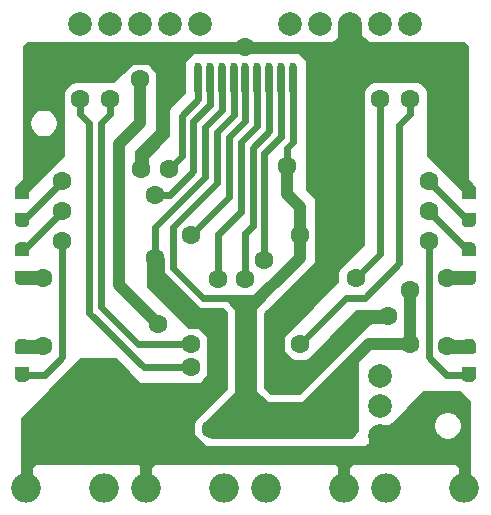
<source format=gtl>
G04 #@! TF.GenerationSoftware,KiCad,Pcbnew,5.0.2-5.0.2*
G04 #@! TF.CreationDate,2019-05-06T09:06:14+02:00*
G04 #@! TF.ProjectId,MiniMeter-B1,4d696e69-4d65-4746-9572-2d42312e6b69,2.1*
G04 #@! TF.SameCoordinates,PX7cbd980PY75aef40*
G04 #@! TF.FileFunction,Copper,L1,Top*
G04 #@! TF.FilePolarity,Positive*
%FSLAX46Y46*%
G04 Gerber Fmt 4.6, Leading zero omitted, Abs format (unit mm)*
G04 Created by KiCad (PCBNEW 5.0.2-5.0.2) date Mon 06 May 2019 09:06:14 CEST*
%MOMM*%
%LPD*%
G01*
G04 APERTURE LIST*
G04 #@! TA.AperFunction,ComponentPad*
%ADD10C,2.000000*%
G04 #@! TD*
G04 #@! TA.AperFunction,SMDPad,CuDef*
%ADD11O,0.600000X2.800000*%
G04 #@! TD*
G04 #@! TA.AperFunction,ComponentPad*
%ADD12O,2.500000X2.500000*%
G04 #@! TD*
G04 #@! TA.AperFunction,SMDPad,CuDef*
%ADD13C,1.200000*%
G04 #@! TD*
G04 #@! TA.AperFunction,Conductor*
%ADD14C,0.150000*%
G04 #@! TD*
G04 #@! TA.AperFunction,ViaPad*
%ADD15C,1.600000*%
G04 #@! TD*
G04 #@! TA.AperFunction,Conductor*
%ADD16C,0.600000*%
G04 #@! TD*
G04 #@! TA.AperFunction,Conductor*
%ADD17C,1.000000*%
G04 #@! TD*
G04 #@! TA.AperFunction,Conductor*
%ADD18C,2.000000*%
G04 #@! TD*
G04 #@! TA.AperFunction,Conductor*
%ADD19C,0.400000*%
G04 #@! TD*
G04 APERTURE END LIST*
D10*
G04 #@! TO.P,Z3,3*
G04 #@! TO.N,GND*
X33030000Y6560000D03*
G04 #@! TO.P,Z3,2*
G04 #@! TO.N,Net-(R11-Pad1)*
X33030000Y9100000D03*
G04 #@! TO.P,Z3,1*
G04 #@! TO.N,Net-(R12-Pad2)*
X33030000Y11640000D03*
G04 #@! TD*
D11*
G04 #@! TO.P,LCD1,3*
G04 #@! TO.N,GND*
X19600000Y36800000D03*
G04 #@! TO.P,LCD1,4*
G04 #@! TO.N,VCC*
X20600000Y36800000D03*
G04 #@! TO.P,LCD1,5*
G04 #@! TO.N,SCE*
X21600000Y36800000D03*
G04 #@! TO.P,LCD1,2*
G04 #@! TO.N,Net-(C10-Pad2)*
X18600000Y36800000D03*
G04 #@! TO.P,LCD1,1*
G04 #@! TO.N,RST*
X17600000Y36800000D03*
G04 #@! TO.P,LCD1,6*
G04 #@! TO.N,DC*
X22600000Y36800000D03*
G04 #@! TO.P,LCD1,7*
G04 #@! TO.N,SDIN*
X23600000Y36800000D03*
G04 #@! TO.P,LCD1,8*
G04 #@! TO.N,SCLK*
X24600000Y36800000D03*
G04 #@! TO.P,LCD1,9*
G04 #@! TO.N,VCC*
X25600000Y36800000D03*
G04 #@! TD*
D12*
G04 #@! TO.P,SW1,2*
G04 #@! TO.N,GND*
X40140000Y2200000D03*
G04 #@! TO.P,SW1,1*
G04 #@! TO.N,Net-(SW1-Pad1)*
X33540000Y2200000D03*
G04 #@! TD*
G04 #@! TO.P,SW2,2*
G04 #@! TO.N,GND*
X29980000Y2200000D03*
G04 #@! TO.P,SW2,1*
G04 #@! TO.N,Net-(SW2-Pad1)*
X23380000Y2200000D03*
G04 #@! TD*
G04 #@! TO.P,SW3,2*
G04 #@! TO.N,GND*
X13220000Y2200000D03*
G04 #@! TO.P,SW3,1*
G04 #@! TO.N,Net-(SW3-Pad1)*
X19820000Y2200000D03*
G04 #@! TD*
G04 #@! TO.P,SW4,2*
G04 #@! TO.N,GND*
X3060000Y2200000D03*
G04 #@! TO.P,SW4,1*
G04 #@! TO.N,Net-(SW4-Pad1)*
X9660000Y2200000D03*
G04 #@! TD*
D10*
G04 #@! TO.P,Z2,5*
G04 #@! TO.N,/UART_RxD*
X35570000Y41485000D03*
G04 #@! TO.P,Z2,4*
G04 #@! TO.N,/UART_TxD*
X33030000Y41485000D03*
G04 #@! TO.P,Z2,3*
G04 #@! TO.N,GND*
X30490000Y41485000D03*
G04 #@! TO.P,Z2,2*
G04 #@! TO.N,V-*
X27950000Y41485000D03*
G04 #@! TO.P,Z2,1*
G04 #@! TO.N,/I-*
X25410000Y41485000D03*
G04 #@! TD*
G04 #@! TO.P,Z1,5*
G04 #@! TO.N,/I+*
X17790000Y41485000D03*
G04 #@! TO.P,Z1,4*
G04 #@! TO.N,V+*
X15250000Y41485000D03*
G04 #@! TO.P,Z1,3*
G04 #@! TO.N,VIN*
X12710000Y41485000D03*
G04 #@! TO.P,Z1,2*
G04 #@! TO.N,/TWI_SDA*
X10170000Y41485000D03*
G04 #@! TO.P,Z1,1*
G04 #@! TO.N,/TWI_SCL*
X7630000Y41485000D03*
G04 #@! TD*
D13*
G04 #@! TO.P,D8,2*
G04 #@! TO.N,Net-(D8-Pad2)*
X40500000Y24900000D03*
D14*
G04 #@! TD*
G04 #@! TO.N,Net-(D8-Pad2)*
G04 #@! TO.C,D8*
G36*
X41100000Y25500000D02*
X41100000Y24700000D01*
X41099518Y24699518D01*
X41099518Y24680373D01*
X41095671Y24641308D01*
X41088013Y24602808D01*
X41076618Y24565244D01*
X41061596Y24528978D01*
X41043091Y24494359D01*
X41021283Y24461720D01*
X40996380Y24431376D01*
X40968624Y24403620D01*
X40938280Y24378717D01*
X40905641Y24356909D01*
X40871022Y24338404D01*
X40834756Y24323382D01*
X40797192Y24311987D01*
X40758692Y24304329D01*
X40719627Y24300482D01*
X40700482Y24300482D01*
X40700000Y24300000D01*
X40300000Y24300000D01*
X40299518Y24300482D01*
X40280373Y24300482D01*
X40241308Y24304329D01*
X40202808Y24311987D01*
X40165244Y24323382D01*
X40128978Y24338404D01*
X40094359Y24356909D01*
X40061720Y24378717D01*
X40031376Y24403620D01*
X40003620Y24431376D01*
X39978717Y24461720D01*
X39956909Y24494359D01*
X39938404Y24528978D01*
X39923382Y24565244D01*
X39911987Y24602808D01*
X39904329Y24641308D01*
X39900482Y24680373D01*
X39900482Y24699518D01*
X39900000Y24700000D01*
X39900000Y25500000D01*
X41100000Y25500000D01*
X41100000Y25500000D01*
G37*
D13*
G04 #@! TO.P,D8,1*
G04 #@! TO.N,GND*
X40500000Y27300000D03*
D14*
G04 #@! TD*
G04 #@! TO.N,GND*
G04 #@! TO.C,D8*
G36*
X39900000Y26700000D02*
X39900000Y27500000D01*
X39900482Y27500482D01*
X39900482Y27519627D01*
X39904329Y27558692D01*
X39911987Y27597192D01*
X39923382Y27634756D01*
X39938404Y27671022D01*
X39956909Y27705641D01*
X39978717Y27738280D01*
X40003620Y27768624D01*
X40031376Y27796380D01*
X40061720Y27821283D01*
X40094359Y27843091D01*
X40128978Y27861596D01*
X40165244Y27876618D01*
X40202808Y27888013D01*
X40241308Y27895671D01*
X40280373Y27899518D01*
X40299518Y27899518D01*
X40300000Y27900000D01*
X40700000Y27900000D01*
X40700482Y27899518D01*
X40719627Y27899518D01*
X40758692Y27895671D01*
X40797192Y27888013D01*
X40834756Y27876618D01*
X40871022Y27861596D01*
X40905641Y27843091D01*
X40938280Y27821283D01*
X40968624Y27796380D01*
X40996380Y27768624D01*
X41021283Y27738280D01*
X41043091Y27705641D01*
X41061596Y27671022D01*
X41076618Y27634756D01*
X41088013Y27597192D01*
X41095671Y27558692D01*
X41099518Y27519627D01*
X41099518Y27500482D01*
X41100000Y27500000D01*
X41100000Y26700000D01*
X39900000Y26700000D01*
X39900000Y26700000D01*
G37*
D13*
G04 #@! TO.P,D9,1*
G04 #@! TO.N,GND*
X40500000Y14200000D03*
D14*
G04 #@! TD*
G04 #@! TO.N,GND*
G04 #@! TO.C,D9*
G36*
X39900000Y13600000D02*
X39900000Y14400000D01*
X39900482Y14400482D01*
X39900482Y14419627D01*
X39904329Y14458692D01*
X39911987Y14497192D01*
X39923382Y14534756D01*
X39938404Y14571022D01*
X39956909Y14605641D01*
X39978717Y14638280D01*
X40003620Y14668624D01*
X40031376Y14696380D01*
X40061720Y14721283D01*
X40094359Y14743091D01*
X40128978Y14761596D01*
X40165244Y14776618D01*
X40202808Y14788013D01*
X40241308Y14795671D01*
X40280373Y14799518D01*
X40299518Y14799518D01*
X40300000Y14800000D01*
X40700000Y14800000D01*
X40700482Y14799518D01*
X40719627Y14799518D01*
X40758692Y14795671D01*
X40797192Y14788013D01*
X40834756Y14776618D01*
X40871022Y14761596D01*
X40905641Y14743091D01*
X40938280Y14721283D01*
X40968624Y14696380D01*
X40996380Y14668624D01*
X41021283Y14638280D01*
X41043091Y14605641D01*
X41061596Y14571022D01*
X41076618Y14534756D01*
X41088013Y14497192D01*
X41095671Y14458692D01*
X41099518Y14419627D01*
X41099518Y14400482D01*
X41100000Y14400000D01*
X41100000Y13600000D01*
X39900000Y13600000D01*
X39900000Y13600000D01*
G37*
D13*
G04 #@! TO.P,D9,2*
G04 #@! TO.N,Net-(D9-Pad2)*
X40500000Y11800000D03*
D14*
G04 #@! TD*
G04 #@! TO.N,Net-(D9-Pad2)*
G04 #@! TO.C,D9*
G36*
X41100000Y12400000D02*
X41100000Y11600000D01*
X41099518Y11599518D01*
X41099518Y11580373D01*
X41095671Y11541308D01*
X41088013Y11502808D01*
X41076618Y11465244D01*
X41061596Y11428978D01*
X41043091Y11394359D01*
X41021283Y11361720D01*
X40996380Y11331376D01*
X40968624Y11303620D01*
X40938280Y11278717D01*
X40905641Y11256909D01*
X40871022Y11238404D01*
X40834756Y11223382D01*
X40797192Y11211987D01*
X40758692Y11204329D01*
X40719627Y11200482D01*
X40700482Y11200482D01*
X40700000Y11200000D01*
X40300000Y11200000D01*
X40299518Y11200482D01*
X40280373Y11200482D01*
X40241308Y11204329D01*
X40202808Y11211987D01*
X40165244Y11223382D01*
X40128978Y11238404D01*
X40094359Y11256909D01*
X40061720Y11278717D01*
X40031376Y11303620D01*
X40003620Y11331376D01*
X39978717Y11361720D01*
X39956909Y11394359D01*
X39938404Y11428978D01*
X39923382Y11465244D01*
X39911987Y11502808D01*
X39904329Y11541308D01*
X39900482Y11580373D01*
X39900482Y11599518D01*
X39900000Y11600000D01*
X39900000Y12400000D01*
X41100000Y12400000D01*
X41100000Y12400000D01*
G37*
D13*
G04 #@! TO.P,D11,1*
G04 #@! TO.N,GND*
X40500000Y20000000D03*
D14*
G04 #@! TD*
G04 #@! TO.N,GND*
G04 #@! TO.C,D11*
G36*
X41100000Y20600000D02*
X41100000Y19800000D01*
X41099518Y19799518D01*
X41099518Y19780373D01*
X41095671Y19741308D01*
X41088013Y19702808D01*
X41076618Y19665244D01*
X41061596Y19628978D01*
X41043091Y19594359D01*
X41021283Y19561720D01*
X40996380Y19531376D01*
X40968624Y19503620D01*
X40938280Y19478717D01*
X40905641Y19456909D01*
X40871022Y19438404D01*
X40834756Y19423382D01*
X40797192Y19411987D01*
X40758692Y19404329D01*
X40719627Y19400482D01*
X40700482Y19400482D01*
X40700000Y19400000D01*
X40300000Y19400000D01*
X40299518Y19400482D01*
X40280373Y19400482D01*
X40241308Y19404329D01*
X40202808Y19411987D01*
X40165244Y19423382D01*
X40128978Y19438404D01*
X40094359Y19456909D01*
X40061720Y19478717D01*
X40031376Y19503620D01*
X40003620Y19531376D01*
X39978717Y19561720D01*
X39956909Y19594359D01*
X39938404Y19628978D01*
X39923382Y19665244D01*
X39911987Y19702808D01*
X39904329Y19741308D01*
X39900482Y19780373D01*
X39900482Y19799518D01*
X39900000Y19800000D01*
X39900000Y20600000D01*
X41100000Y20600000D01*
X41100000Y20600000D01*
G37*
D13*
G04 #@! TO.P,D11,2*
G04 #@! TO.N,Net-(D11-Pad2)*
X40500000Y22400000D03*
D14*
G04 #@! TD*
G04 #@! TO.N,Net-(D11-Pad2)*
G04 #@! TO.C,D11*
G36*
X39900000Y21800000D02*
X39900000Y22600000D01*
X39900482Y22600482D01*
X39900482Y22619627D01*
X39904329Y22658692D01*
X39911987Y22697192D01*
X39923382Y22734756D01*
X39938404Y22771022D01*
X39956909Y22805641D01*
X39978717Y22838280D01*
X40003620Y22868624D01*
X40031376Y22896380D01*
X40061720Y22921283D01*
X40094359Y22943091D01*
X40128978Y22961596D01*
X40165244Y22976618D01*
X40202808Y22988013D01*
X40241308Y22995671D01*
X40280373Y22999518D01*
X40299518Y22999518D01*
X40300000Y23000000D01*
X40700000Y23000000D01*
X40700482Y22999518D01*
X40719627Y22999518D01*
X40758692Y22995671D01*
X40797192Y22988013D01*
X40834756Y22976618D01*
X40871022Y22961596D01*
X40905641Y22943091D01*
X40938280Y22921283D01*
X40968624Y22896380D01*
X40996380Y22868624D01*
X41021283Y22838280D01*
X41043091Y22805641D01*
X41061596Y22771022D01*
X41076618Y22734756D01*
X41088013Y22697192D01*
X41095671Y22658692D01*
X41099518Y22619627D01*
X41099518Y22600482D01*
X41100000Y22600000D01*
X41100000Y21800000D01*
X39900000Y21800000D01*
X39900000Y21800000D01*
G37*
D13*
G04 #@! TO.P,D10,2*
G04 #@! TO.N,Net-(D10-Pad2)*
X2700000Y22400000D03*
D14*
G04 #@! TD*
G04 #@! TO.N,Net-(D10-Pad2)*
G04 #@! TO.C,D10*
G36*
X2100000Y21800000D02*
X2100000Y22600000D01*
X2100482Y22600482D01*
X2100482Y22619627D01*
X2104329Y22658692D01*
X2111987Y22697192D01*
X2123382Y22734756D01*
X2138404Y22771022D01*
X2156909Y22805641D01*
X2178717Y22838280D01*
X2203620Y22868624D01*
X2231376Y22896380D01*
X2261720Y22921283D01*
X2294359Y22943091D01*
X2328978Y22961596D01*
X2365244Y22976618D01*
X2402808Y22988013D01*
X2441308Y22995671D01*
X2480373Y22999518D01*
X2499518Y22999518D01*
X2500000Y23000000D01*
X2900000Y23000000D01*
X2900482Y22999518D01*
X2919627Y22999518D01*
X2958692Y22995671D01*
X2997192Y22988013D01*
X3034756Y22976618D01*
X3071022Y22961596D01*
X3105641Y22943091D01*
X3138280Y22921283D01*
X3168624Y22896380D01*
X3196380Y22868624D01*
X3221283Y22838280D01*
X3243091Y22805641D01*
X3261596Y22771022D01*
X3276618Y22734756D01*
X3288013Y22697192D01*
X3295671Y22658692D01*
X3299518Y22619627D01*
X3299518Y22600482D01*
X3300000Y22600000D01*
X3300000Y21800000D01*
X2100000Y21800000D01*
X2100000Y21800000D01*
G37*
D13*
G04 #@! TO.P,D10,1*
G04 #@! TO.N,GND*
X2700000Y20000000D03*
D14*
G04 #@! TD*
G04 #@! TO.N,GND*
G04 #@! TO.C,D10*
G36*
X3300000Y20600000D02*
X3300000Y19800000D01*
X3299518Y19799518D01*
X3299518Y19780373D01*
X3295671Y19741308D01*
X3288013Y19702808D01*
X3276618Y19665244D01*
X3261596Y19628978D01*
X3243091Y19594359D01*
X3221283Y19561720D01*
X3196380Y19531376D01*
X3168624Y19503620D01*
X3138280Y19478717D01*
X3105641Y19456909D01*
X3071022Y19438404D01*
X3034756Y19423382D01*
X2997192Y19411987D01*
X2958692Y19404329D01*
X2919627Y19400482D01*
X2900482Y19400482D01*
X2900000Y19400000D01*
X2500000Y19400000D01*
X2499518Y19400482D01*
X2480373Y19400482D01*
X2441308Y19404329D01*
X2402808Y19411987D01*
X2365244Y19423382D01*
X2328978Y19438404D01*
X2294359Y19456909D01*
X2261720Y19478717D01*
X2231376Y19503620D01*
X2203620Y19531376D01*
X2178717Y19561720D01*
X2156909Y19594359D01*
X2138404Y19628978D01*
X2123382Y19665244D01*
X2111987Y19702808D01*
X2104329Y19741308D01*
X2100482Y19780373D01*
X2100482Y19799518D01*
X2100000Y19800000D01*
X2100000Y20600000D01*
X3300000Y20600000D01*
X3300000Y20600000D01*
G37*
D13*
G04 #@! TO.P,D7,2*
G04 #@! TO.N,Net-(D7-Pad2)*
X2700000Y24900000D03*
D14*
G04 #@! TD*
G04 #@! TO.N,Net-(D7-Pad2)*
G04 #@! TO.C,D7*
G36*
X3300000Y25500000D02*
X3300000Y24700000D01*
X3299518Y24699518D01*
X3299518Y24680373D01*
X3295671Y24641308D01*
X3288013Y24602808D01*
X3276618Y24565244D01*
X3261596Y24528978D01*
X3243091Y24494359D01*
X3221283Y24461720D01*
X3196380Y24431376D01*
X3168624Y24403620D01*
X3138280Y24378717D01*
X3105641Y24356909D01*
X3071022Y24338404D01*
X3034756Y24323382D01*
X2997192Y24311987D01*
X2958692Y24304329D01*
X2919627Y24300482D01*
X2900482Y24300482D01*
X2900000Y24300000D01*
X2500000Y24300000D01*
X2499518Y24300482D01*
X2480373Y24300482D01*
X2441308Y24304329D01*
X2402808Y24311987D01*
X2365244Y24323382D01*
X2328978Y24338404D01*
X2294359Y24356909D01*
X2261720Y24378717D01*
X2231376Y24403620D01*
X2203620Y24431376D01*
X2178717Y24461720D01*
X2156909Y24494359D01*
X2138404Y24528978D01*
X2123382Y24565244D01*
X2111987Y24602808D01*
X2104329Y24641308D01*
X2100482Y24680373D01*
X2100482Y24699518D01*
X2100000Y24700000D01*
X2100000Y25500000D01*
X3300000Y25500000D01*
X3300000Y25500000D01*
G37*
D13*
G04 #@! TO.P,D7,1*
G04 #@! TO.N,GND*
X2700000Y27300000D03*
D14*
G04 #@! TD*
G04 #@! TO.N,GND*
G04 #@! TO.C,D7*
G36*
X2100000Y26700000D02*
X2100000Y27500000D01*
X2100482Y27500482D01*
X2100482Y27519627D01*
X2104329Y27558692D01*
X2111987Y27597192D01*
X2123382Y27634756D01*
X2138404Y27671022D01*
X2156909Y27705641D01*
X2178717Y27738280D01*
X2203620Y27768624D01*
X2231376Y27796380D01*
X2261720Y27821283D01*
X2294359Y27843091D01*
X2328978Y27861596D01*
X2365244Y27876618D01*
X2402808Y27888013D01*
X2441308Y27895671D01*
X2480373Y27899518D01*
X2499518Y27899518D01*
X2500000Y27900000D01*
X2900000Y27900000D01*
X2900482Y27899518D01*
X2919627Y27899518D01*
X2958692Y27895671D01*
X2997192Y27888013D01*
X3034756Y27876618D01*
X3071022Y27861596D01*
X3105641Y27843091D01*
X3138280Y27821283D01*
X3168624Y27796380D01*
X3196380Y27768624D01*
X3221283Y27738280D01*
X3243091Y27705641D01*
X3261596Y27671022D01*
X3276618Y27634756D01*
X3288013Y27597192D01*
X3295671Y27558692D01*
X3299518Y27519627D01*
X3299518Y27500482D01*
X3300000Y27500000D01*
X3300000Y26700000D01*
X2100000Y26700000D01*
X2100000Y26700000D01*
G37*
D13*
G04 #@! TO.P,D6,1*
G04 #@! TO.N,GND*
X2700000Y14200000D03*
D14*
G04 #@! TD*
G04 #@! TO.N,GND*
G04 #@! TO.C,D6*
G36*
X2100000Y13600000D02*
X2100000Y14400000D01*
X2100482Y14400482D01*
X2100482Y14419627D01*
X2104329Y14458692D01*
X2111987Y14497192D01*
X2123382Y14534756D01*
X2138404Y14571022D01*
X2156909Y14605641D01*
X2178717Y14638280D01*
X2203620Y14668624D01*
X2231376Y14696380D01*
X2261720Y14721283D01*
X2294359Y14743091D01*
X2328978Y14761596D01*
X2365244Y14776618D01*
X2402808Y14788013D01*
X2441308Y14795671D01*
X2480373Y14799518D01*
X2499518Y14799518D01*
X2500000Y14800000D01*
X2900000Y14800000D01*
X2900482Y14799518D01*
X2919627Y14799518D01*
X2958692Y14795671D01*
X2997192Y14788013D01*
X3034756Y14776618D01*
X3071022Y14761596D01*
X3105641Y14743091D01*
X3138280Y14721283D01*
X3168624Y14696380D01*
X3196380Y14668624D01*
X3221283Y14638280D01*
X3243091Y14605641D01*
X3261596Y14571022D01*
X3276618Y14534756D01*
X3288013Y14497192D01*
X3295671Y14458692D01*
X3299518Y14419627D01*
X3299518Y14400482D01*
X3300000Y14400000D01*
X3300000Y13600000D01*
X2100000Y13600000D01*
X2100000Y13600000D01*
G37*
D13*
G04 #@! TO.P,D6,2*
G04 #@! TO.N,Net-(D6-Pad2)*
X2700000Y11800000D03*
D14*
G04 #@! TD*
G04 #@! TO.N,Net-(D6-Pad2)*
G04 #@! TO.C,D6*
G36*
X3300000Y12400000D02*
X3300000Y11600000D01*
X3299518Y11599518D01*
X3299518Y11580373D01*
X3295671Y11541308D01*
X3288013Y11502808D01*
X3276618Y11465244D01*
X3261596Y11428978D01*
X3243091Y11394359D01*
X3221283Y11361720D01*
X3196380Y11331376D01*
X3168624Y11303620D01*
X3138280Y11278717D01*
X3105641Y11256909D01*
X3071022Y11238404D01*
X3034756Y11223382D01*
X2997192Y11211987D01*
X2958692Y11204329D01*
X2919627Y11200482D01*
X2900482Y11200482D01*
X2900000Y11200000D01*
X2500000Y11200000D01*
X2499518Y11200482D01*
X2480373Y11200482D01*
X2441308Y11204329D01*
X2402808Y11211987D01*
X2365244Y11223382D01*
X2328978Y11238404D01*
X2294359Y11256909D01*
X2261720Y11278717D01*
X2231376Y11303620D01*
X2203620Y11331376D01*
X2178717Y11361720D01*
X2156909Y11394359D01*
X2138404Y11428978D01*
X2123382Y11465244D01*
X2111987Y11502808D01*
X2104329Y11541308D01*
X2100482Y11580373D01*
X2100482Y11599518D01*
X2100000Y11600000D01*
X2100000Y12400000D01*
X3300000Y12400000D01*
X3300000Y12400000D01*
G37*
D15*
G04 #@! TO.N,GND*
X5100000Y37700000D03*
X38100000Y35900000D03*
X38100000Y37700000D03*
X12800000Y29200000D03*
X13980000Y21673000D03*
X5100000Y35900000D03*
X19300000Y16700000D03*
X23900000Y16700000D03*
X21600000Y39500000D03*
X33700000Y16720000D03*
X38700000Y20000000D03*
X38700000Y14200000D03*
X4500000Y14200000D03*
X4500000Y20000000D03*
X11700000Y10700000D03*
X10000000Y6300000D03*
X7800000Y6300000D03*
G04 #@! TO.N,TxD*
X31000000Y20000000D03*
X33030000Y35135000D03*
G04 #@! TO.N,SDA*
X17000000Y14400000D03*
X10170000Y35135000D03*
G04 #@! TO.N,RxD*
X35570000Y35135000D03*
X26200000Y14400000D03*
G04 #@! TO.N,SCL*
X17000000Y12400000D03*
X7630000Y35135000D03*
G04 #@! TO.N,SCLK*
X23200000Y21500000D03*
G04 #@! TO.N,SDIN*
X21600000Y19900000D03*
G04 #@! TO.N,VIN*
X14200000Y16100000D03*
X12710000Y36786000D03*
G04 #@! TO.N,DC*
X19300000Y19900000D03*
G04 #@! TO.N,RST*
X15100000Y29200000D03*
G04 #@! TO.N,SCE*
X17000000Y23600000D03*
G04 #@! TO.N,VCC*
X25100000Y29500000D03*
X26200000Y23600000D03*
X24500000Y7200000D03*
X18700000Y7200000D03*
X35500000Y19000000D03*
X35500000Y14400000D03*
G04 #@! TO.N,Net-(C10-Pad2)*
X13980000Y27007000D03*
G04 #@! TO.N,Net-(D6-Pad2)*
X6100000Y23070000D03*
G04 #@! TO.N,Net-(D7-Pad2)*
X6100000Y28150000D03*
G04 #@! TO.N,Net-(D8-Pad2)*
X37100000Y28150000D03*
G04 #@! TO.N,Net-(D9-Pad2)*
X37100000Y23070000D03*
G04 #@! TO.N,Net-(D11-Pad2)*
X37100000Y25610000D03*
G04 #@! TO.N,Net-(D10-Pad2)*
X6100000Y25610000D03*
G04 #@! TD*
D16*
G04 #@! TO.N,GND*
X18200000Y28500000D02*
X18200000Y32800000D01*
X19600000Y34200000D02*
X19600000Y36800000D01*
X13980000Y24280000D02*
X13980000Y21546000D01*
X18200000Y28500000D02*
X13980000Y24280000D01*
X19600000Y34200000D02*
X18200000Y32800000D01*
D17*
X13220000Y2115000D02*
X13220000Y4700000D01*
X29980000Y2115000D02*
X29980000Y4700000D01*
D18*
X30490000Y39580000D02*
X30490000Y41485000D01*
D16*
G04 #@! TO.N,TxD*
X33030000Y35135000D02*
X33030000Y22030000D01*
X33030000Y22030000D02*
X31000000Y20000000D01*
G04 #@! TO.N,SDA*
X9408000Y17500000D02*
X9408000Y33100000D01*
X17000000Y14400000D02*
X12508000Y14400000D01*
X12508000Y14400000D02*
X9408000Y17500000D01*
X9408000Y33100000D02*
X10170000Y33862000D01*
X10170000Y33862000D02*
X10170000Y35135000D01*
G04 #@! TO.N,RxD*
X26200000Y14400000D02*
X30100000Y18300000D01*
X30100000Y18300000D02*
X31700000Y18300000D01*
X35570000Y35135000D02*
X35570000Y33865000D01*
X31700000Y18305000D02*
X34600000Y21205000D01*
X31700000Y18300000D02*
X31700000Y18305000D01*
X34600000Y32895000D02*
X34600000Y21205000D01*
X35570000Y33865000D02*
X34600000Y32895000D01*
G04 #@! TO.N,SCL*
X8392000Y17008000D02*
X13000000Y12400000D01*
X13000000Y12400000D02*
X17000000Y12400000D01*
X8392000Y33100000D02*
X8392000Y17008000D01*
X8392000Y33100000D02*
X7630000Y33862000D01*
X7630000Y33862000D02*
X7630000Y35135000D01*
G04 #@! TO.N,SCLK*
X23200000Y30550000D02*
X23200000Y21500000D01*
X24600000Y36800000D02*
X24600000Y31950000D01*
X23200000Y30550000D02*
X24600000Y31950000D01*
G04 #@! TO.N,SDIN*
X22200000Y24400000D02*
X22200000Y31000000D01*
X23600000Y32400000D02*
X23600000Y36800000D01*
X21600000Y23800000D02*
X21600000Y19900000D01*
X22200000Y24400000D02*
X21600000Y23800000D01*
X22200000Y31000000D02*
X23600000Y32400000D01*
D17*
G04 #@! TO.N,VIN*
X10900000Y31290000D02*
X12710000Y33100000D01*
X12710000Y36786000D02*
X12710000Y33100000D01*
X10900000Y19400000D02*
X14200000Y16100000D01*
X10900000Y31290000D02*
X10900000Y19400000D01*
D16*
G04 #@! TO.N,DC*
X21200000Y31450000D02*
X21200000Y25600000D01*
X22600000Y36800000D02*
X22600000Y32850000D01*
X19300000Y23700000D02*
X19300000Y19900000D01*
X21200000Y25600000D02*
X19300000Y23700000D01*
X22600000Y32850000D02*
X21200000Y31450000D01*
G04 #@! TO.N,RST*
X16200000Y30300000D02*
X16200000Y33700000D01*
X17600000Y35100000D02*
X17600000Y36800000D01*
X17600000Y35100000D02*
X16200000Y33700000D01*
X15100000Y29200000D02*
X16200000Y30300000D01*
G04 #@! TO.N,SCE*
X21600000Y36800000D02*
X21600000Y33300000D01*
X20200000Y26800000D02*
X20200000Y31900000D01*
X20200000Y26800000D02*
X17000000Y23600000D01*
X21600000Y33300000D02*
X20200000Y31900000D01*
G04 #@! TO.N,VCC*
X19200000Y28000000D02*
X19200000Y32350000D01*
X25100000Y29500000D02*
X25100000Y31000000D01*
X25600000Y31500000D02*
X25600000Y36800000D01*
X20600000Y33750000D02*
X20600000Y36800000D01*
D17*
X26200000Y26000000D02*
X26200000Y23600000D01*
X25100000Y29500000D02*
X25100000Y27100000D01*
X25100000Y27100000D02*
X26200000Y26000000D01*
D16*
X25600000Y31500000D02*
X25100000Y31000000D01*
X19200000Y28000000D02*
X15500000Y24300000D01*
X20600000Y33750000D02*
X19200000Y32350000D01*
X20400000Y18300000D02*
X18000000Y18300000D01*
X18000000Y18300000D02*
X15500000Y20800000D01*
X15500000Y20800000D02*
X15500000Y24300000D01*
D17*
X26200000Y21700000D02*
X26200000Y23600000D01*
X26200000Y21700000D02*
X21600000Y17100000D01*
X35500000Y19000000D02*
X35500000Y14400000D01*
X35500000Y14400000D02*
X32100000Y14400000D01*
X32100000Y14400000D02*
X26400000Y8700000D01*
D16*
G04 #@! TO.N,Net-(C10-Pad2)*
X17200000Y29000000D02*
X17200000Y33250000D01*
X18600000Y34650000D02*
X18600000Y36800000D01*
X18600000Y34650000D02*
X17200000Y33250000D01*
X15207000Y27007000D02*
X13980000Y27007000D01*
X17200000Y29000000D02*
X15207000Y27007000D01*
G04 #@! TO.N,Net-(D6-Pad2)*
X6100000Y23070000D02*
X6100000Y13300000D01*
X4600000Y11800000D02*
X2700000Y11800000D01*
X6100000Y13300000D02*
X4600000Y11800000D01*
G04 #@! TO.N,Net-(D7-Pad2)*
X6100000Y28150000D02*
X2775000Y24825000D01*
G04 #@! TO.N,Net-(D8-Pad2)*
X37100000Y28150000D02*
X40425000Y24825000D01*
G04 #@! TO.N,Net-(D9-Pad2)*
X38600000Y11800000D02*
X40500000Y11800000D01*
X37100000Y13300000D02*
X38600000Y11800000D01*
X37100000Y23070000D02*
X37100000Y13300000D01*
G04 #@! TO.N,Net-(D11-Pad2)*
X37100000Y25610000D02*
X40405000Y22305000D01*
G04 #@! TO.N,Net-(D10-Pad2)*
X6100000Y25610000D02*
X2795000Y22305000D01*
G04 #@! TD*
D19*
G04 #@! TO.N,VCC*
G36*
X23100000Y18182842D02*
X22358579Y17441421D01*
X22333706Y17411114D01*
X22315224Y17376537D01*
X22303843Y17339018D01*
X22300000Y17300000D01*
X22300000Y10500000D01*
X22303843Y10460982D01*
X22315224Y10423463D01*
X22333706Y10388886D01*
X22358579Y10358579D01*
X23358579Y9358579D01*
X23388886Y9333706D01*
X23423463Y9315224D01*
X23460982Y9303843D01*
X23500000Y9300000D01*
X26500000Y9300000D01*
X26539018Y9303843D01*
X26576537Y9315224D01*
X26611114Y9333706D01*
X26641421Y9358579D01*
X30600000Y13317158D01*
X31000000Y12917158D01*
X31000000Y7082842D01*
X30517158Y6600000D01*
X18782842Y6600000D01*
X18300000Y7082842D01*
X18300000Y7617158D01*
X20841421Y10158579D01*
X20866294Y10188886D01*
X20884776Y10223463D01*
X20896157Y10260982D01*
X20900000Y10300000D01*
X20900000Y17300000D01*
X20896157Y17339018D01*
X20884776Y17376537D01*
X20866294Y17411114D01*
X20841421Y17441421D01*
X20100000Y18182842D01*
X20100000Y18400000D01*
X23100000Y18400000D01*
X23100000Y18182842D01*
X23100000Y18182842D01*
G37*
X23100000Y18182842D02*
X22358579Y17441421D01*
X22333706Y17411114D01*
X22315224Y17376537D01*
X22303843Y17339018D01*
X22300000Y17300000D01*
X22300000Y10500000D01*
X22303843Y10460982D01*
X22315224Y10423463D01*
X22333706Y10388886D01*
X22358579Y10358579D01*
X23358579Y9358579D01*
X23388886Y9333706D01*
X23423463Y9315224D01*
X23460982Y9303843D01*
X23500000Y9300000D01*
X26500000Y9300000D01*
X26539018Y9303843D01*
X26576537Y9315224D01*
X26611114Y9333706D01*
X26641421Y9358579D01*
X30600000Y13317158D01*
X31000000Y12917158D01*
X31000000Y7082842D01*
X30517158Y6600000D01*
X18782842Y6600000D01*
X18300000Y7082842D01*
X18300000Y7617158D01*
X20841421Y10158579D01*
X20866294Y10188886D01*
X20884776Y10223463D01*
X20896157Y10260982D01*
X20900000Y10300000D01*
X20900000Y17300000D01*
X20896157Y17339018D01*
X20884776Y17376537D01*
X20866294Y17411114D01*
X20841421Y17441421D01*
X20100000Y18182842D01*
X20100000Y18400000D01*
X23100000Y18400000D01*
X23100000Y18182842D01*
G04 #@! TO.N,GND*
G36*
X14550000Y21617158D02*
X14550000Y20450000D01*
X14553843Y20410982D01*
X14565224Y20373463D01*
X14583706Y20338886D01*
X14608579Y20308579D01*
X17558579Y17358579D01*
X17588886Y17333706D01*
X17623463Y17315224D01*
X17660982Y17303843D01*
X17700000Y17300000D01*
X19617158Y17300000D01*
X19900000Y17017158D01*
X19900000Y10682842D01*
X17158579Y7941421D01*
X17133706Y7911114D01*
X17115224Y7876537D01*
X17103843Y7839018D01*
X17100000Y7800000D01*
X17100000Y6700000D01*
X17103843Y6660982D01*
X17115224Y6623463D01*
X17133706Y6588886D01*
X17158579Y6558579D01*
X18058579Y5658579D01*
X18088886Y5633706D01*
X18123463Y5615224D01*
X18160982Y5603843D01*
X18200000Y5600000D01*
X31750000Y5600000D01*
X31789018Y5603843D01*
X31826537Y5615224D01*
X31861114Y5633706D01*
X31891421Y5658579D01*
X32191421Y5958579D01*
X32216294Y5988886D01*
X32234776Y6023463D01*
X32246157Y6060982D01*
X32250000Y6100000D01*
X32250000Y6467158D01*
X33132842Y7350000D01*
X33800000Y7350000D01*
X33839018Y7353843D01*
X33876537Y7365224D01*
X33911114Y7383706D01*
X33941421Y7408579D01*
X34160881Y7628039D01*
X37400000Y7628039D01*
X37400000Y7371961D01*
X37449958Y7120804D01*
X37547955Y6884219D01*
X37690224Y6671298D01*
X37871298Y6490224D01*
X38084219Y6347955D01*
X38320804Y6249958D01*
X38571961Y6200000D01*
X38828039Y6200000D01*
X39079196Y6249958D01*
X39315781Y6347955D01*
X39528702Y6490224D01*
X39709776Y6671298D01*
X39852045Y6884219D01*
X39950042Y7120804D01*
X40000000Y7371961D01*
X40000000Y7628039D01*
X39950042Y7879196D01*
X39852045Y8115781D01*
X39709776Y8328702D01*
X39528702Y8509776D01*
X39315781Y8652045D01*
X39079196Y8750042D01*
X38828039Y8800000D01*
X38571961Y8800000D01*
X38320804Y8750042D01*
X38084219Y8652045D01*
X37871298Y8509776D01*
X37690224Y8328702D01*
X37547955Y8115781D01*
X37449958Y7879196D01*
X37400000Y7628039D01*
X34160881Y7628039D01*
X36732842Y10200000D01*
X39717158Y10200000D01*
X40450000Y9467158D01*
X40450000Y2282842D01*
X40150000Y1982842D01*
X39850000Y2282842D01*
X39850000Y3950000D01*
X39846157Y3989018D01*
X39834776Y4026537D01*
X39816294Y4061114D01*
X39791421Y4091421D01*
X39541421Y4341421D01*
X39511114Y4366294D01*
X39476537Y4384776D01*
X39439018Y4396157D01*
X39400000Y4400000D01*
X30700000Y4400000D01*
X30660982Y4396157D01*
X30623463Y4384776D01*
X30588886Y4366294D01*
X30558579Y4341421D01*
X30217158Y4000000D01*
X29732842Y4000000D01*
X29391421Y4341421D01*
X29361114Y4366294D01*
X29326537Y4384776D01*
X29289018Y4396157D01*
X29250000Y4400000D01*
X13900000Y4400000D01*
X13860982Y4396157D01*
X13823463Y4384776D01*
X13788886Y4366294D01*
X13758579Y4341421D01*
X13417158Y4000000D01*
X12982842Y4000000D01*
X12641421Y4341421D01*
X12611114Y4366294D01*
X12576537Y4384776D01*
X12539018Y4396157D01*
X12500000Y4400000D01*
X3800000Y4400000D01*
X3760982Y4396157D01*
X3723463Y4384776D01*
X3688886Y4366294D01*
X3658579Y4341421D01*
X3408579Y4091421D01*
X3383706Y4061114D01*
X3365224Y4026537D01*
X3353843Y3989018D01*
X3350000Y3950000D01*
X3350000Y2282842D01*
X3050000Y1982842D01*
X2750000Y2282842D01*
X2750000Y8067158D01*
X7682842Y13000000D01*
X10517158Y13000000D01*
X12558579Y10958579D01*
X12588886Y10933706D01*
X12623463Y10915224D01*
X12660982Y10903843D01*
X12700000Y10900000D01*
X17700000Y10900000D01*
X17739018Y10903843D01*
X17776537Y10915224D01*
X17811114Y10933706D01*
X17841421Y10958579D01*
X18441421Y11558579D01*
X18466294Y11588886D01*
X18484776Y11623463D01*
X18496157Y11660982D01*
X18500000Y11700000D01*
X18500000Y15000000D01*
X18496157Y15039018D01*
X18484776Y15076537D01*
X18466294Y15111114D01*
X18441421Y15141421D01*
X17741421Y15841421D01*
X17711114Y15866294D01*
X17676537Y15884776D01*
X17639018Y15896157D01*
X17600000Y15900000D01*
X16782842Y15900000D01*
X13400000Y19282842D01*
X13400000Y21567158D01*
X13732842Y21900000D01*
X14267158Y21900000D01*
X14550000Y21617158D01*
X14550000Y21617158D01*
G37*
X14550000Y21617158D02*
X14550000Y20450000D01*
X14553843Y20410982D01*
X14565224Y20373463D01*
X14583706Y20338886D01*
X14608579Y20308579D01*
X17558579Y17358579D01*
X17588886Y17333706D01*
X17623463Y17315224D01*
X17660982Y17303843D01*
X17700000Y17300000D01*
X19617158Y17300000D01*
X19900000Y17017158D01*
X19900000Y10682842D01*
X17158579Y7941421D01*
X17133706Y7911114D01*
X17115224Y7876537D01*
X17103843Y7839018D01*
X17100000Y7800000D01*
X17100000Y6700000D01*
X17103843Y6660982D01*
X17115224Y6623463D01*
X17133706Y6588886D01*
X17158579Y6558579D01*
X18058579Y5658579D01*
X18088886Y5633706D01*
X18123463Y5615224D01*
X18160982Y5603843D01*
X18200000Y5600000D01*
X31750000Y5600000D01*
X31789018Y5603843D01*
X31826537Y5615224D01*
X31861114Y5633706D01*
X31891421Y5658579D01*
X32191421Y5958579D01*
X32216294Y5988886D01*
X32234776Y6023463D01*
X32246157Y6060982D01*
X32250000Y6100000D01*
X32250000Y6467158D01*
X33132842Y7350000D01*
X33800000Y7350000D01*
X33839018Y7353843D01*
X33876537Y7365224D01*
X33911114Y7383706D01*
X33941421Y7408579D01*
X34160881Y7628039D01*
X37400000Y7628039D01*
X37400000Y7371961D01*
X37449958Y7120804D01*
X37547955Y6884219D01*
X37690224Y6671298D01*
X37871298Y6490224D01*
X38084219Y6347955D01*
X38320804Y6249958D01*
X38571961Y6200000D01*
X38828039Y6200000D01*
X39079196Y6249958D01*
X39315781Y6347955D01*
X39528702Y6490224D01*
X39709776Y6671298D01*
X39852045Y6884219D01*
X39950042Y7120804D01*
X40000000Y7371961D01*
X40000000Y7628039D01*
X39950042Y7879196D01*
X39852045Y8115781D01*
X39709776Y8328702D01*
X39528702Y8509776D01*
X39315781Y8652045D01*
X39079196Y8750042D01*
X38828039Y8800000D01*
X38571961Y8800000D01*
X38320804Y8750042D01*
X38084219Y8652045D01*
X37871298Y8509776D01*
X37690224Y8328702D01*
X37547955Y8115781D01*
X37449958Y7879196D01*
X37400000Y7628039D01*
X34160881Y7628039D01*
X36732842Y10200000D01*
X39717158Y10200000D01*
X40450000Y9467158D01*
X40450000Y2282842D01*
X40150000Y1982842D01*
X39850000Y2282842D01*
X39850000Y3950000D01*
X39846157Y3989018D01*
X39834776Y4026537D01*
X39816294Y4061114D01*
X39791421Y4091421D01*
X39541421Y4341421D01*
X39511114Y4366294D01*
X39476537Y4384776D01*
X39439018Y4396157D01*
X39400000Y4400000D01*
X30700000Y4400000D01*
X30660982Y4396157D01*
X30623463Y4384776D01*
X30588886Y4366294D01*
X30558579Y4341421D01*
X30217158Y4000000D01*
X29732842Y4000000D01*
X29391421Y4341421D01*
X29361114Y4366294D01*
X29326537Y4384776D01*
X29289018Y4396157D01*
X29250000Y4400000D01*
X13900000Y4400000D01*
X13860982Y4396157D01*
X13823463Y4384776D01*
X13788886Y4366294D01*
X13758579Y4341421D01*
X13417158Y4000000D01*
X12982842Y4000000D01*
X12641421Y4341421D01*
X12611114Y4366294D01*
X12576537Y4384776D01*
X12539018Y4396157D01*
X12500000Y4400000D01*
X3800000Y4400000D01*
X3760982Y4396157D01*
X3723463Y4384776D01*
X3688886Y4366294D01*
X3658579Y4341421D01*
X3408579Y4091421D01*
X3383706Y4061114D01*
X3365224Y4026537D01*
X3353843Y3989018D01*
X3350000Y3950000D01*
X3350000Y2282842D01*
X3050000Y1982842D01*
X2750000Y2282842D01*
X2750000Y8067158D01*
X7682842Y13000000D01*
X10517158Y13000000D01*
X12558579Y10958579D01*
X12588886Y10933706D01*
X12623463Y10915224D01*
X12660982Y10903843D01*
X12700000Y10900000D01*
X17700000Y10900000D01*
X17739018Y10903843D01*
X17776537Y10915224D01*
X17811114Y10933706D01*
X17841421Y10958579D01*
X18441421Y11558579D01*
X18466294Y11588886D01*
X18484776Y11623463D01*
X18496157Y11660982D01*
X18500000Y11700000D01*
X18500000Y15000000D01*
X18496157Y15039018D01*
X18484776Y15076537D01*
X18466294Y15111114D01*
X18441421Y15141421D01*
X17741421Y15841421D01*
X17711114Y15866294D01*
X17676537Y15884776D01*
X17639018Y15896157D01*
X17600000Y15900000D01*
X16782842Y15900000D01*
X13400000Y19282842D01*
X13400000Y21567158D01*
X13732842Y21900000D01*
X14267158Y21900000D01*
X14550000Y21617158D01*
G36*
X31858579Y39858579D02*
X31888886Y39833706D01*
X31923463Y39815224D01*
X31960982Y39803843D01*
X32000000Y39800000D01*
X40017158Y39800000D01*
X40300000Y39517158D01*
X40300000Y28300000D01*
X40303843Y28260982D01*
X40315224Y28223463D01*
X40333706Y28188886D01*
X40358579Y28158579D01*
X40900000Y27617158D01*
X40900000Y26900000D01*
X40582842Y26900000D01*
X37100000Y30382842D01*
X37100000Y35900000D01*
X37096157Y35939018D01*
X37084776Y35976537D01*
X37066294Y36011114D01*
X37041421Y36041421D01*
X36441421Y36641421D01*
X36411114Y36666294D01*
X36376537Y36684776D01*
X36339018Y36696157D01*
X36300000Y36700000D01*
X32300000Y36700000D01*
X32260982Y36696157D01*
X32223463Y36684776D01*
X32188886Y36666294D01*
X32158579Y36641421D01*
X31558579Y36041421D01*
X31533706Y36011114D01*
X31515224Y35976537D01*
X31503843Y35939018D01*
X31500000Y35900000D01*
X31500000Y22882842D01*
X29358579Y20741421D01*
X29333706Y20711114D01*
X29315224Y20676537D01*
X29303843Y20639018D01*
X29300000Y20600000D01*
X29300000Y19682842D01*
X24758579Y15141421D01*
X24733706Y15111114D01*
X24715224Y15076537D01*
X24703843Y15039018D01*
X24700000Y15000000D01*
X24700000Y13800000D01*
X24703843Y13760982D01*
X24715224Y13723463D01*
X24733706Y13688886D01*
X24758579Y13658579D01*
X25458579Y12958579D01*
X25488886Y12933706D01*
X25523463Y12915224D01*
X25560982Y12903843D01*
X25600000Y12900000D01*
X26800000Y12900000D01*
X26839018Y12903843D01*
X26876537Y12915224D01*
X26911114Y12933706D01*
X26941421Y12958579D01*
X31082842Y17100000D01*
X33617158Y17100000D01*
X34017158Y16700000D01*
X33617158Y16300000D01*
X32200000Y16300000D01*
X32160982Y16296157D01*
X32123463Y16284776D01*
X32088886Y16266294D01*
X32058579Y16241421D01*
X26117158Y10300000D01*
X23782842Y10300000D01*
X23300000Y10782842D01*
X23300000Y16652787D01*
X23564371Y17181529D01*
X27641421Y21258579D01*
X27666294Y21288886D01*
X27684776Y21323463D01*
X27696157Y21360982D01*
X27700000Y21400000D01*
X27700000Y26600000D01*
X27696157Y26639018D01*
X27684776Y26676537D01*
X27666294Y26711114D01*
X27641421Y26741421D01*
X26900000Y27482842D01*
X26900000Y38400000D01*
X26896157Y38439018D01*
X26884776Y38476537D01*
X26866294Y38511114D01*
X26841421Y38541421D01*
X26241421Y39141421D01*
X26211114Y39166294D01*
X26176537Y39184776D01*
X26139018Y39196157D01*
X26100000Y39200000D01*
X17200000Y39200000D01*
X17160982Y39196157D01*
X17123463Y39184776D01*
X17088886Y39166294D01*
X17058579Y39141421D01*
X16358579Y38441421D01*
X16333706Y38411114D01*
X16315224Y38376537D01*
X16303843Y38339018D01*
X16300000Y38300000D01*
X16300000Y35682842D01*
X15058579Y34441421D01*
X15033706Y34411114D01*
X15015224Y34376537D01*
X15003843Y34339018D01*
X15000000Y34300000D01*
X15000000Y32082842D01*
X13258579Y30341421D01*
X13233706Y30311114D01*
X13215224Y30276537D01*
X13203843Y30239018D01*
X13200000Y30200000D01*
X13200000Y29382842D01*
X12800000Y28982842D01*
X12400000Y29382842D01*
X12400000Y30617158D01*
X14141421Y32358579D01*
X14166294Y32388886D01*
X14184776Y32423463D01*
X14196157Y32460982D01*
X14200000Y32500000D01*
X14200000Y37400000D01*
X14196157Y37439018D01*
X14184776Y37476537D01*
X14166294Y37511114D01*
X14141421Y37541421D01*
X13441421Y38241421D01*
X13411114Y38266294D01*
X13376537Y38284776D01*
X13339018Y38296157D01*
X13300000Y38300000D01*
X12100000Y38300000D01*
X12060982Y38296157D01*
X12023463Y38284776D01*
X11988886Y38266294D01*
X11958579Y38241421D01*
X10417158Y36700000D01*
X7000000Y36700000D01*
X6960982Y36696157D01*
X6923463Y36684776D01*
X6888886Y36666294D01*
X6858579Y36641421D01*
X6158579Y35941421D01*
X6133706Y35911114D01*
X6115224Y35876537D01*
X6103843Y35839018D01*
X6100000Y35800000D01*
X6100000Y30382842D01*
X2617158Y26900000D01*
X2300000Y26900000D01*
X2300000Y27617158D01*
X2841421Y28158579D01*
X2866294Y28188886D01*
X2884776Y28223463D01*
X2896157Y28260982D01*
X2900000Y28300000D01*
X2900000Y33228039D01*
X3200000Y33228039D01*
X3200000Y32971961D01*
X3249958Y32720804D01*
X3347955Y32484219D01*
X3490224Y32271298D01*
X3671298Y32090224D01*
X3884219Y31947955D01*
X4120804Y31849958D01*
X4371961Y31800000D01*
X4628039Y31800000D01*
X4879196Y31849958D01*
X5115781Y31947955D01*
X5328702Y32090224D01*
X5509776Y32271298D01*
X5652045Y32484219D01*
X5750042Y32720804D01*
X5800000Y32971961D01*
X5800000Y33228039D01*
X5750042Y33479196D01*
X5652045Y33715781D01*
X5509776Y33928702D01*
X5328702Y34109776D01*
X5115781Y34252045D01*
X4879196Y34350042D01*
X4628039Y34400000D01*
X4371961Y34400000D01*
X4120804Y34350042D01*
X3884219Y34252045D01*
X3671298Y34109776D01*
X3490224Y33928702D01*
X3347955Y33715781D01*
X3249958Y33479196D01*
X3200000Y33228039D01*
X2900000Y33228039D01*
X2900000Y39517158D01*
X3182842Y39800000D01*
X29000000Y39800000D01*
X29039018Y39803843D01*
X29076537Y39815224D01*
X29111114Y39833706D01*
X29141421Y39858579D01*
X29682842Y40400000D01*
X31317158Y40400000D01*
X31858579Y39858579D01*
X31858579Y39858579D01*
G37*
X31858579Y39858579D02*
X31888886Y39833706D01*
X31923463Y39815224D01*
X31960982Y39803843D01*
X32000000Y39800000D01*
X40017158Y39800000D01*
X40300000Y39517158D01*
X40300000Y28300000D01*
X40303843Y28260982D01*
X40315224Y28223463D01*
X40333706Y28188886D01*
X40358579Y28158579D01*
X40900000Y27617158D01*
X40900000Y26900000D01*
X40582842Y26900000D01*
X37100000Y30382842D01*
X37100000Y35900000D01*
X37096157Y35939018D01*
X37084776Y35976537D01*
X37066294Y36011114D01*
X37041421Y36041421D01*
X36441421Y36641421D01*
X36411114Y36666294D01*
X36376537Y36684776D01*
X36339018Y36696157D01*
X36300000Y36700000D01*
X32300000Y36700000D01*
X32260982Y36696157D01*
X32223463Y36684776D01*
X32188886Y36666294D01*
X32158579Y36641421D01*
X31558579Y36041421D01*
X31533706Y36011114D01*
X31515224Y35976537D01*
X31503843Y35939018D01*
X31500000Y35900000D01*
X31500000Y22882842D01*
X29358579Y20741421D01*
X29333706Y20711114D01*
X29315224Y20676537D01*
X29303843Y20639018D01*
X29300000Y20600000D01*
X29300000Y19682842D01*
X24758579Y15141421D01*
X24733706Y15111114D01*
X24715224Y15076537D01*
X24703843Y15039018D01*
X24700000Y15000000D01*
X24700000Y13800000D01*
X24703843Y13760982D01*
X24715224Y13723463D01*
X24733706Y13688886D01*
X24758579Y13658579D01*
X25458579Y12958579D01*
X25488886Y12933706D01*
X25523463Y12915224D01*
X25560982Y12903843D01*
X25600000Y12900000D01*
X26800000Y12900000D01*
X26839018Y12903843D01*
X26876537Y12915224D01*
X26911114Y12933706D01*
X26941421Y12958579D01*
X31082842Y17100000D01*
X33617158Y17100000D01*
X34017158Y16700000D01*
X33617158Y16300000D01*
X32200000Y16300000D01*
X32160982Y16296157D01*
X32123463Y16284776D01*
X32088886Y16266294D01*
X32058579Y16241421D01*
X26117158Y10300000D01*
X23782842Y10300000D01*
X23300000Y10782842D01*
X23300000Y16652787D01*
X23564371Y17181529D01*
X27641421Y21258579D01*
X27666294Y21288886D01*
X27684776Y21323463D01*
X27696157Y21360982D01*
X27700000Y21400000D01*
X27700000Y26600000D01*
X27696157Y26639018D01*
X27684776Y26676537D01*
X27666294Y26711114D01*
X27641421Y26741421D01*
X26900000Y27482842D01*
X26900000Y38400000D01*
X26896157Y38439018D01*
X26884776Y38476537D01*
X26866294Y38511114D01*
X26841421Y38541421D01*
X26241421Y39141421D01*
X26211114Y39166294D01*
X26176537Y39184776D01*
X26139018Y39196157D01*
X26100000Y39200000D01*
X17200000Y39200000D01*
X17160982Y39196157D01*
X17123463Y39184776D01*
X17088886Y39166294D01*
X17058579Y39141421D01*
X16358579Y38441421D01*
X16333706Y38411114D01*
X16315224Y38376537D01*
X16303843Y38339018D01*
X16300000Y38300000D01*
X16300000Y35682842D01*
X15058579Y34441421D01*
X15033706Y34411114D01*
X15015224Y34376537D01*
X15003843Y34339018D01*
X15000000Y34300000D01*
X15000000Y32082842D01*
X13258579Y30341421D01*
X13233706Y30311114D01*
X13215224Y30276537D01*
X13203843Y30239018D01*
X13200000Y30200000D01*
X13200000Y29382842D01*
X12800000Y28982842D01*
X12400000Y29382842D01*
X12400000Y30617158D01*
X14141421Y32358579D01*
X14166294Y32388886D01*
X14184776Y32423463D01*
X14196157Y32460982D01*
X14200000Y32500000D01*
X14200000Y37400000D01*
X14196157Y37439018D01*
X14184776Y37476537D01*
X14166294Y37511114D01*
X14141421Y37541421D01*
X13441421Y38241421D01*
X13411114Y38266294D01*
X13376537Y38284776D01*
X13339018Y38296157D01*
X13300000Y38300000D01*
X12100000Y38300000D01*
X12060982Y38296157D01*
X12023463Y38284776D01*
X11988886Y38266294D01*
X11958579Y38241421D01*
X10417158Y36700000D01*
X7000000Y36700000D01*
X6960982Y36696157D01*
X6923463Y36684776D01*
X6888886Y36666294D01*
X6858579Y36641421D01*
X6158579Y35941421D01*
X6133706Y35911114D01*
X6115224Y35876537D01*
X6103843Y35839018D01*
X6100000Y35800000D01*
X6100000Y30382842D01*
X2617158Y26900000D01*
X2300000Y26900000D01*
X2300000Y27617158D01*
X2841421Y28158579D01*
X2866294Y28188886D01*
X2884776Y28223463D01*
X2896157Y28260982D01*
X2900000Y28300000D01*
X2900000Y33228039D01*
X3200000Y33228039D01*
X3200000Y32971961D01*
X3249958Y32720804D01*
X3347955Y32484219D01*
X3490224Y32271298D01*
X3671298Y32090224D01*
X3884219Y31947955D01*
X4120804Y31849958D01*
X4371961Y31800000D01*
X4628039Y31800000D01*
X4879196Y31849958D01*
X5115781Y31947955D01*
X5328702Y32090224D01*
X5509776Y32271298D01*
X5652045Y32484219D01*
X5750042Y32720804D01*
X5800000Y32971961D01*
X5800000Y33228039D01*
X5750042Y33479196D01*
X5652045Y33715781D01*
X5509776Y33928702D01*
X5328702Y34109776D01*
X5115781Y34252045D01*
X4879196Y34350042D01*
X4628039Y34400000D01*
X4371961Y34400000D01*
X4120804Y34350042D01*
X3884219Y34252045D01*
X3671298Y34109776D01*
X3490224Y33928702D01*
X3347955Y33715781D01*
X3249958Y33479196D01*
X3200000Y33228039D01*
X2900000Y33228039D01*
X2900000Y39517158D01*
X3182842Y39800000D01*
X29000000Y39800000D01*
X29039018Y39803843D01*
X29076537Y39815224D01*
X29111114Y39833706D01*
X29141421Y39858579D01*
X29682842Y40400000D01*
X31317158Y40400000D01*
X31858579Y39858579D01*
G36*
X40466667Y19600000D02*
X38782842Y19600000D01*
X38382842Y20000000D01*
X38782842Y20400000D01*
X40800000Y20400000D01*
X40466667Y19600000D01*
X40466667Y19600000D01*
G37*
X40466667Y19600000D02*
X38782842Y19600000D01*
X38382842Y20000000D01*
X38782842Y20400000D01*
X40800000Y20400000D01*
X40466667Y19600000D01*
G36*
X40776393Y13800000D02*
X38782842Y13800000D01*
X38382842Y14200000D01*
X38782842Y14600000D01*
X40376393Y14600000D01*
X40776393Y13800000D01*
X40776393Y13800000D01*
G37*
X40776393Y13800000D02*
X38782842Y13800000D01*
X38382842Y14200000D01*
X38782842Y14600000D01*
X40376393Y14600000D01*
X40776393Y13800000D01*
G36*
X4817158Y20000000D02*
X4417158Y19600000D01*
X2733333Y19600000D01*
X2400000Y20400000D01*
X4417158Y20400000D01*
X4817158Y20000000D01*
X4817158Y20000000D01*
G37*
X4817158Y20000000D02*
X4417158Y19600000D01*
X2733333Y19600000D01*
X2400000Y20400000D01*
X4417158Y20400000D01*
X4817158Y20000000D01*
G36*
X4817158Y14200000D02*
X4417158Y13800000D01*
X2300000Y13800000D01*
X2300000Y14217158D01*
X2682842Y14600000D01*
X4417158Y14600000D01*
X4817158Y14200000D01*
X4817158Y14200000D01*
G37*
X4817158Y14200000D02*
X4417158Y13800000D01*
X2300000Y13800000D01*
X2300000Y14217158D01*
X2682842Y14600000D01*
X4417158Y14600000D01*
X4817158Y14200000D01*
G04 #@! TD*
M02*

</source>
